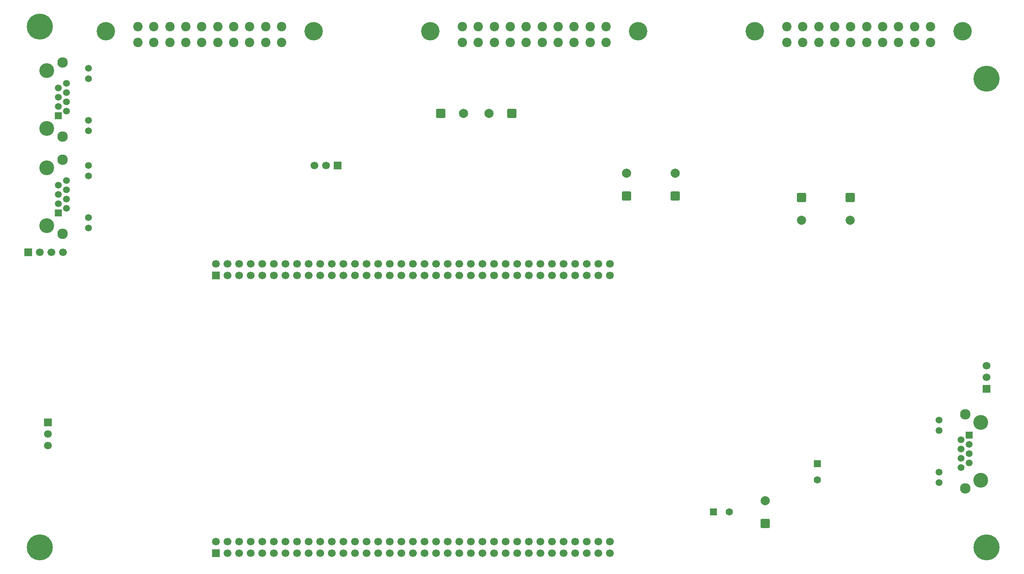
<source format=gbr>
%TF.GenerationSoftware,KiCad,Pcbnew,9.0.3*%
%TF.CreationDate,2025-10-14T12:15:04-07:00*%
%TF.ProjectId,VCU_v1,5643555f-7631-42e6-9b69-6361645f7063,rev?*%
%TF.SameCoordinates,Original*%
%TF.FileFunction,Soldermask,Bot*%
%TF.FilePolarity,Negative*%
%FSLAX46Y46*%
G04 Gerber Fmt 4.6, Leading zero omitted, Abs format (unit mm)*
G04 Created by KiCad (PCBNEW 9.0.3) date 2025-10-14 12:15:04*
%MOMM*%
%LPD*%
G01*
G04 APERTURE LIST*
G04 Aperture macros list*
%AMRoundRect*
0 Rectangle with rounded corners*
0 $1 Rounding radius*
0 $2 $3 $4 $5 $6 $7 $8 $9 X,Y pos of 4 corners*
0 Add a 4 corners polygon primitive as box body*
4,1,4,$2,$3,$4,$5,$6,$7,$8,$9,$2,$3,0*
0 Add four circle primitives for the rounded corners*
1,1,$1+$1,$2,$3*
1,1,$1+$1,$4,$5*
1,1,$1+$1,$6,$7*
1,1,$1+$1,$8,$9*
0 Add four rect primitives between the rounded corners*
20,1,$1+$1,$2,$3,$4,$5,0*
20,1,$1+$1,$4,$5,$6,$7,0*
20,1,$1+$1,$6,$7,$8,$9,0*
20,1,$1+$1,$8,$9,$2,$3,0*%
G04 Aperture macros list end*
%ADD10C,3.600000*%
%ADD11C,5.700000*%
%ADD12C,3.250000*%
%ADD13R,1.500000X1.500000*%
%ADD14C,1.500000*%
%ADD15C,2.300000*%
%ADD16RoundRect,0.250000X0.750000X0.750000X-0.750000X0.750000X-0.750000X-0.750000X0.750000X-0.750000X0*%
%ADD17C,2.000000*%
%ADD18RoundRect,0.250000X-0.550000X-0.550000X0.550000X-0.550000X0.550000X0.550000X-0.550000X0.550000X0*%
%ADD19C,1.600000*%
%ADD20RoundRect,0.250000X-0.550000X0.550000X-0.550000X-0.550000X0.550000X-0.550000X0.550000X0.550000X0*%
%ADD21C,4.038600*%
%ADD22C,2.057400*%
%ADD23R,1.700000X1.700000*%
%ADD24C,1.700000*%
%ADD25RoundRect,0.250000X-0.750000X-0.750000X0.750000X-0.750000X0.750000X0.750000X-0.750000X0.750000X0*%
%ADD26RoundRect,0.250000X-0.750000X0.750000X-0.750000X-0.750000X0.750000X-0.750000X0.750000X0.750000X0*%
%ADD27RoundRect,0.250000X0.750000X-0.750000X0.750000X0.750000X-0.750000X0.750000X-0.750000X-0.750000X0*%
G04 APERTURE END LIST*
D10*
%TO.C,H1*%
X237490000Y-68580000D03*
D11*
X237490000Y-68580000D03*
%TD*%
D12*
%TO.C,J8*%
X31500000Y-100840000D03*
X31500000Y-88140000D03*
D13*
X34040000Y-98050000D03*
D14*
X35820000Y-97034000D03*
X34040000Y-96018000D03*
X35820000Y-95002000D03*
X34040000Y-93986000D03*
X35820000Y-92970000D03*
X34040000Y-91954000D03*
X35820000Y-90938000D03*
X40640000Y-101350000D03*
X40640000Y-99060000D03*
X40640000Y-89920000D03*
X40640000Y-87630000D03*
D15*
X34930000Y-102620000D03*
X34930000Y-86360000D03*
%TD*%
D12*
%TO.C,J7*%
X31496000Y-79498000D03*
X31496000Y-66798000D03*
D13*
X34036000Y-76708000D03*
D14*
X35816000Y-75692000D03*
X34036000Y-74676000D03*
X35816000Y-73660000D03*
X34036000Y-72644000D03*
X35816000Y-71628000D03*
X34036000Y-70612000D03*
X35816000Y-69596000D03*
X40636000Y-80008000D03*
X40636000Y-77718000D03*
X40636000Y-68578000D03*
X40636000Y-66288000D03*
D15*
X34926000Y-81278000D03*
X34926000Y-65018000D03*
%TD*%
D16*
%TO.C,C65*%
X133431677Y-76224001D03*
D17*
X128431677Y-76224001D03*
%TD*%
D18*
%TO.C,C11*%
X177602000Y-163660000D03*
D19*
X181102000Y-163660000D03*
%TD*%
D20*
%TO.C,C2*%
X200406000Y-153117349D03*
D19*
X200406000Y-156617349D03*
%TD*%
D21*
%TO.C,U6*%
X89950011Y-58166000D03*
X44450000Y-58166000D03*
D22*
X82950010Y-60626001D03*
X79450009Y-60626001D03*
X75950008Y-60626001D03*
X72450005Y-60626001D03*
X68950005Y-60626001D03*
X65450004Y-60626001D03*
X61950003Y-60626001D03*
X58450003Y-60626001D03*
X54950002Y-60626001D03*
X51450001Y-60626001D03*
X82950010Y-57125999D03*
X79450009Y-57125999D03*
X75950008Y-57125999D03*
X72450005Y-57125999D03*
X68950005Y-57125999D03*
X65450004Y-57125999D03*
X61950003Y-57125999D03*
X58450003Y-57125999D03*
X54950002Y-57125999D03*
X51450001Y-57125999D03*
%TD*%
D21*
%TO.C,U7*%
X161070011Y-58166000D03*
X115570000Y-58166000D03*
D22*
X154070010Y-60626001D03*
X150570009Y-60626001D03*
X147070008Y-60626001D03*
X143570005Y-60626001D03*
X140070005Y-60626001D03*
X136570004Y-60626001D03*
X133070003Y-60626001D03*
X129570003Y-60626001D03*
X126070002Y-60626001D03*
X122570001Y-60626001D03*
X154070010Y-57125999D03*
X150570009Y-57125999D03*
X147070008Y-57125999D03*
X143570005Y-57125999D03*
X140070005Y-57125999D03*
X136570004Y-57125999D03*
X133070003Y-57125999D03*
X129570003Y-57125999D03*
X126070002Y-57125999D03*
X122570001Y-57125999D03*
%TD*%
D23*
%TO.C,JP3*%
X237490000Y-136652000D03*
D24*
X237490000Y-134112000D03*
X237490000Y-131572000D03*
%TD*%
D25*
%TO.C,C66*%
X117843677Y-76224001D03*
D17*
X122843677Y-76224001D03*
%TD*%
D23*
%TO.C,JP1*%
X31750000Y-144018000D03*
D24*
X31750000Y-146558000D03*
X31750000Y-149098000D03*
%TD*%
D23*
%TO.C,J1*%
X27432000Y-106680000D03*
D24*
X29972000Y-106680000D03*
X32512000Y-106680000D03*
X35052000Y-106680000D03*
%TD*%
D26*
%TO.C,C53*%
X196957990Y-94673678D03*
D17*
X196957990Y-99673678D03*
%TD*%
D12*
%TO.C,J6*%
X236220000Y-144018000D03*
X236220000Y-156718000D03*
D13*
X233680000Y-146808000D03*
D14*
X231900000Y-147824000D03*
X233680000Y-148840000D03*
X231900000Y-149856000D03*
X233680000Y-150872000D03*
X231900000Y-151888000D03*
X233680000Y-152904000D03*
X231900000Y-153920000D03*
X227080000Y-143508000D03*
X227080000Y-145798000D03*
X227080000Y-154938000D03*
X227080000Y-157228000D03*
D15*
X232790000Y-142238000D03*
X232790000Y-158498000D03*
%TD*%
D23*
%TO.C,JP2*%
X95250000Y-87630000D03*
D24*
X92710000Y-87630000D03*
X90170000Y-87630000D03*
%TD*%
D27*
%TO.C,C76*%
X158603990Y-94339678D03*
D17*
X158603990Y-89339678D03*
%TD*%
D10*
%TO.C,H2*%
X29972000Y-57150000D03*
D11*
X29972000Y-57150000D03*
%TD*%
D23*
%TO.C,J3*%
X68580000Y-111760000D03*
D24*
X68580000Y-109220000D03*
X71120000Y-111760000D03*
X71120000Y-109220000D03*
X73660000Y-111760000D03*
X73660000Y-109220000D03*
X76200000Y-111760000D03*
X76200000Y-109220000D03*
X78740000Y-111760000D03*
X78740000Y-109220000D03*
X81280000Y-111760000D03*
X81280000Y-109220000D03*
X83820000Y-111760000D03*
X83820000Y-109220000D03*
X86360000Y-111760000D03*
X86360000Y-109220000D03*
X88900000Y-111760000D03*
X88900000Y-109220000D03*
X91440000Y-111760000D03*
X91440000Y-109220000D03*
X93980000Y-111760000D03*
X93980000Y-109220000D03*
X96520000Y-111760000D03*
X96520000Y-109220000D03*
X99060000Y-111760000D03*
X99060000Y-109220000D03*
X101600000Y-111760000D03*
X101600000Y-109220000D03*
X104140000Y-111760000D03*
X104140000Y-109220000D03*
X106680000Y-111760000D03*
X106680000Y-109220000D03*
X109220000Y-111760000D03*
X109220000Y-109220000D03*
X111760000Y-111760000D03*
X111760000Y-109220000D03*
X114300000Y-111760000D03*
X114300000Y-109220000D03*
X116840000Y-111760000D03*
X116840000Y-109220000D03*
X119380000Y-111760000D03*
X119380000Y-109220000D03*
X121920000Y-111760000D03*
X121920000Y-109220000D03*
X124460000Y-111760000D03*
X124460000Y-109220000D03*
X127000000Y-111760000D03*
X127000000Y-109220000D03*
X129540000Y-111760000D03*
X129540000Y-109220000D03*
X132080000Y-111760000D03*
X132080000Y-109220000D03*
X134620000Y-111760000D03*
X134620000Y-109220000D03*
X137160000Y-111760000D03*
X137160000Y-109220000D03*
X139700000Y-111760000D03*
X139700000Y-109220000D03*
X142240000Y-111760000D03*
X142240000Y-109220000D03*
X144780000Y-111760000D03*
X144780000Y-109220000D03*
X147320000Y-111760000D03*
X147320000Y-109220000D03*
X149860000Y-111760000D03*
X149860000Y-109220000D03*
X152400000Y-111760000D03*
X152400000Y-109220000D03*
X154940000Y-111760000D03*
X154940000Y-109220000D03*
%TD*%
D10*
%TO.C,H3*%
X237490000Y-171450000D03*
D11*
X237490000Y-171450000D03*
%TD*%
D26*
%TO.C,C61*%
X207625990Y-94673678D03*
D17*
X207625990Y-99673678D03*
%TD*%
D10*
%TO.C,H4*%
X29972000Y-171450000D03*
D11*
X29972000Y-171450000D03*
%TD*%
D27*
%TO.C,C13*%
X188976000Y-166200000D03*
D17*
X188976000Y-161200000D03*
%TD*%
D27*
%TO.C,C80*%
X169271990Y-94339678D03*
D17*
X169271990Y-89339678D03*
%TD*%
D21*
%TO.C,U8*%
X232190011Y-58166000D03*
X186690000Y-58166000D03*
D22*
X225190010Y-60626001D03*
X221690009Y-60626001D03*
X218190008Y-60626001D03*
X214690005Y-60626001D03*
X211190005Y-60626001D03*
X207690004Y-60626001D03*
X204190003Y-60626001D03*
X200690003Y-60626001D03*
X197190002Y-60626001D03*
X193690001Y-60626001D03*
X225190010Y-57125999D03*
X221690009Y-57125999D03*
X218190008Y-57125999D03*
X214690005Y-57125999D03*
X211190005Y-57125999D03*
X207690004Y-57125999D03*
X204190003Y-57125999D03*
X200690003Y-57125999D03*
X197190002Y-57125999D03*
X193690001Y-57125999D03*
%TD*%
D23*
%TO.C,J2*%
X68580000Y-172720000D03*
D24*
X68580000Y-170180000D03*
X71120000Y-172720000D03*
X71120000Y-170180000D03*
X73660000Y-172720000D03*
X73660000Y-170180000D03*
X76200000Y-172720000D03*
X76200000Y-170180000D03*
X78740000Y-172720000D03*
X78740000Y-170180000D03*
X81280000Y-172720000D03*
X81280000Y-170180000D03*
X83820000Y-172720000D03*
X83820000Y-170180000D03*
X86360000Y-172720000D03*
X86360000Y-170180000D03*
X88900000Y-172720000D03*
X88900000Y-170180000D03*
X91440000Y-172720000D03*
X91440000Y-170180000D03*
X93980000Y-172720000D03*
X93980000Y-170180000D03*
X96520000Y-172720000D03*
X96520000Y-170180000D03*
X99060000Y-172720000D03*
X99060000Y-170180000D03*
X101600000Y-172720000D03*
X101600000Y-170180000D03*
X104140000Y-172720000D03*
X104140000Y-170180000D03*
X106680000Y-172720000D03*
X106680000Y-170180000D03*
X109220000Y-172720000D03*
X109220000Y-170180000D03*
X111760000Y-172720000D03*
X111760000Y-170180000D03*
X114300000Y-172720000D03*
X114300000Y-170180000D03*
X116840000Y-172720000D03*
X116840000Y-170180000D03*
X119380000Y-172720000D03*
X119380000Y-170180000D03*
X121920000Y-172720000D03*
X121920000Y-170180000D03*
X124460000Y-172720000D03*
X124460000Y-170180000D03*
X127000000Y-172720000D03*
X127000000Y-170180000D03*
X129540000Y-172720000D03*
X129540000Y-170180000D03*
X132080000Y-172720000D03*
X132080000Y-170180000D03*
X134620000Y-172720000D03*
X134620000Y-170180000D03*
X137160000Y-172720000D03*
X137160000Y-170180000D03*
X139700000Y-172720000D03*
X139700000Y-170180000D03*
X142240000Y-172720000D03*
X142240000Y-170180000D03*
X144780000Y-172720000D03*
X144780000Y-170180000D03*
X147320000Y-172720000D03*
X147320000Y-170180000D03*
X149860000Y-172720000D03*
X149860000Y-170180000D03*
X152400000Y-172720000D03*
X152400000Y-170180000D03*
X154940000Y-172720000D03*
X154940000Y-170180000D03*
%TD*%
M02*

</source>
